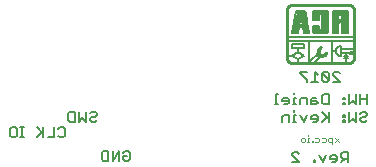
<source format=gbo>
G75*
%MOIN*%
%OFA0B0*%
%FSLAX24Y24*%
%IPPOS*%
%LPD*%
%AMOC8*
5,1,8,0,0,1.08239X$1,22.5*
%
%ADD10C,0.0060*%
%ADD11C,0.0040*%
%ADD12C,0.0100*%
D10*
X012303Y002748D02*
X012247Y002804D01*
X012247Y003026D01*
X012303Y003082D01*
X012414Y003082D01*
X012469Y003026D01*
X012469Y002804D01*
X012414Y002748D01*
X012303Y002748D01*
X012600Y002748D02*
X012711Y002748D01*
X012656Y002748D02*
X012656Y003082D01*
X012711Y003082D02*
X012600Y003082D01*
X013141Y003082D02*
X013364Y002859D01*
X013308Y002915D02*
X013141Y002748D01*
X013364Y002748D02*
X013364Y003082D01*
X013727Y003082D02*
X013727Y002748D01*
X013504Y002748D01*
X013866Y002804D02*
X013922Y002748D01*
X014033Y002748D01*
X014089Y002804D01*
X014089Y003026D01*
X014033Y003082D01*
X013922Y003082D01*
X013866Y003026D01*
X014191Y003322D02*
X014191Y003545D01*
X014247Y003601D01*
X014414Y003601D01*
X014414Y003267D01*
X014247Y003267D01*
X014191Y003322D01*
X014553Y003267D02*
X014665Y003378D01*
X014776Y003267D01*
X014776Y003601D01*
X014916Y003545D02*
X014972Y003601D01*
X015083Y003601D01*
X015139Y003545D01*
X015139Y003489D01*
X015083Y003434D01*
X014972Y003434D01*
X014916Y003378D01*
X014916Y003322D01*
X014972Y003267D01*
X015083Y003267D01*
X015139Y003322D01*
X014553Y003267D02*
X014553Y003601D01*
X015362Y002295D02*
X015307Y002239D01*
X015307Y002016D01*
X015362Y001961D01*
X015529Y001961D01*
X015529Y002295D01*
X015362Y002295D01*
X015669Y002295D02*
X015669Y001961D01*
X015892Y002295D01*
X015892Y001961D01*
X016032Y002016D02*
X016032Y002128D01*
X016143Y002128D01*
X016254Y002239D02*
X016254Y002016D01*
X016199Y001961D01*
X016087Y001961D01*
X016032Y002016D01*
X016032Y002239D02*
X016087Y002295D01*
X016199Y002295D01*
X016254Y002239D01*
X021324Y003260D02*
X021324Y003427D01*
X021380Y003483D01*
X021547Y003483D01*
X021547Y003260D01*
X021677Y003260D02*
X021788Y003260D01*
X021733Y003260D02*
X021733Y003483D01*
X021788Y003483D01*
X021733Y003594D02*
X021733Y003650D01*
X021733Y003850D02*
X021733Y004073D01*
X021788Y004073D01*
X021733Y004184D02*
X021733Y004240D01*
X021547Y004017D02*
X021491Y004073D01*
X021380Y004073D01*
X021324Y004017D01*
X021324Y003962D01*
X021547Y003962D01*
X021547Y004017D02*
X021547Y003906D01*
X021491Y003850D01*
X021380Y003850D01*
X021184Y003850D02*
X021073Y003850D01*
X021129Y003850D02*
X021129Y004184D01*
X021184Y004184D01*
X021928Y004017D02*
X021928Y003850D01*
X021788Y003850D02*
X021677Y003850D01*
X021928Y004017D02*
X021984Y004073D01*
X022151Y004073D01*
X022151Y003850D01*
X022291Y003850D02*
X022458Y003850D01*
X022513Y003906D01*
X022458Y003962D01*
X022291Y003962D01*
X022291Y004017D02*
X022291Y003850D01*
X022653Y003906D02*
X022653Y004129D01*
X022709Y004184D01*
X022876Y004184D01*
X022876Y003850D01*
X022709Y003850D01*
X022653Y003906D01*
X022458Y004073D02*
X022346Y004073D01*
X022291Y004017D01*
X023364Y004017D02*
X023420Y004017D01*
X023420Y004073D01*
X023364Y004073D01*
X023364Y004017D01*
X023560Y003850D02*
X023671Y003962D01*
X023782Y003850D01*
X023782Y004184D01*
X023922Y004184D02*
X023922Y003850D01*
X024145Y003850D02*
X024145Y004184D01*
X024145Y004017D02*
X023922Y004017D01*
X023560Y003850D02*
X023560Y004184D01*
X023420Y003906D02*
X023420Y003850D01*
X023364Y003850D01*
X023364Y003906D01*
X023420Y003906D01*
X023560Y003594D02*
X023560Y003260D01*
X023671Y003371D01*
X023782Y003260D01*
X023782Y003594D01*
X023922Y003538D02*
X023978Y003594D01*
X024089Y003594D01*
X024145Y003538D01*
X024145Y003483D01*
X024089Y003427D01*
X023978Y003427D01*
X023922Y003371D01*
X023922Y003316D01*
X023978Y003260D01*
X024089Y003260D01*
X024145Y003316D01*
X023420Y003316D02*
X023420Y003260D01*
X023364Y003260D01*
X023364Y003316D01*
X023420Y003316D01*
X023420Y003427D02*
X023420Y003483D01*
X023364Y003483D01*
X023364Y003427D01*
X023420Y003427D01*
X022876Y003371D02*
X022653Y003594D01*
X022513Y003427D02*
X022458Y003483D01*
X022346Y003483D01*
X022291Y003427D01*
X022291Y003371D01*
X022513Y003371D01*
X022513Y003316D02*
X022513Y003427D01*
X022513Y003316D02*
X022458Y003260D01*
X022346Y003260D01*
X022151Y003483D02*
X022040Y003260D01*
X021928Y003483D01*
X022653Y003260D02*
X022820Y003427D01*
X022876Y003594D02*
X022876Y003260D01*
X023348Y002255D02*
X023292Y002200D01*
X023292Y002088D01*
X023348Y002033D01*
X023515Y002033D01*
X023404Y002033D02*
X023292Y001921D01*
X023152Y001977D02*
X023097Y001921D01*
X022985Y001921D01*
X022930Y002033D02*
X023152Y002033D01*
X023152Y002088D02*
X023152Y001977D01*
X023152Y002088D02*
X023097Y002144D01*
X022985Y002144D01*
X022930Y002088D01*
X022930Y002033D01*
X022790Y002144D02*
X022679Y001921D01*
X022567Y002144D01*
X022427Y001977D02*
X022372Y001977D01*
X022372Y001921D01*
X022427Y001921D01*
X022427Y001977D01*
X021884Y001921D02*
X021661Y002144D01*
X021661Y002200D01*
X021717Y002255D01*
X021828Y002255D01*
X021884Y002200D01*
X021884Y001921D02*
X021661Y001921D01*
X023348Y002255D02*
X023515Y002255D01*
X023515Y001921D01*
X023239Y004599D02*
X023017Y004599D01*
X022877Y004654D02*
X022821Y004599D01*
X022710Y004599D01*
X022654Y004654D01*
X022654Y004877D01*
X022877Y004654D01*
X022877Y004877D01*
X022821Y004932D01*
X022710Y004932D01*
X022654Y004877D01*
X022514Y004821D02*
X022403Y004932D01*
X022403Y004599D01*
X022514Y004599D02*
X022292Y004599D01*
X022152Y004599D02*
X022152Y004654D01*
X021929Y004877D01*
X021929Y004932D01*
X022152Y004932D01*
X023017Y004877D02*
X023017Y004821D01*
X023239Y004599D01*
X023239Y004877D02*
X023184Y004932D01*
X023072Y004932D01*
X023017Y004877D01*
X022975Y005222D02*
X022975Y005972D01*
X023725Y005972D01*
X023725Y006097D02*
X021475Y006097D01*
X021475Y005972D02*
X022225Y005972D01*
X022225Y005253D01*
X022569Y005597D01*
X022569Y005566D02*
X022569Y005660D01*
X022569Y005660D01*
X022663Y005753D01*
X022640Y005754D01*
X022617Y005751D01*
X022595Y005744D01*
X022574Y005734D01*
X022556Y005720D01*
X022540Y005704D01*
X022526Y005686D01*
X022516Y005665D01*
X022509Y005643D01*
X022506Y005620D01*
X022507Y005597D01*
X022537Y005628D02*
X022506Y005472D01*
X022537Y005441D01*
X022725Y005472D01*
X022725Y005503D02*
X022631Y005503D01*
X022569Y005566D01*
X022537Y005535D02*
X022537Y005472D01*
X022506Y005472D02*
X022444Y005472D01*
X022537Y005441D02*
X022537Y005378D01*
X022381Y005222D01*
X022225Y005222D02*
X022225Y005253D01*
X022038Y005472D02*
X021850Y005347D01*
X021850Y005222D01*
X021850Y005347D02*
X021662Y005472D01*
X021475Y005472D01*
X021662Y005472D02*
X021850Y005597D01*
X022038Y005472D01*
X022474Y005503D02*
X022487Y005515D01*
X022496Y005530D01*
X022503Y005546D01*
X022507Y005562D01*
X022508Y005580D01*
X022506Y005597D01*
X022537Y005535D02*
X022600Y005472D01*
X022600Y005503D02*
X022569Y005410D01*
X022537Y005378D01*
X022569Y005409D02*
X022581Y005422D01*
X022596Y005431D01*
X022612Y005438D01*
X022628Y005442D01*
X022646Y005443D01*
X022663Y005441D01*
X022631Y005503D02*
X022600Y005503D01*
X022600Y005503D01*
X022662Y005441D02*
X022685Y005440D01*
X022708Y005443D01*
X022730Y005450D01*
X022751Y005460D01*
X022769Y005474D01*
X022785Y005490D01*
X022799Y005508D01*
X022809Y005529D01*
X022816Y005551D01*
X022819Y005574D01*
X022818Y005597D01*
X022819Y005597D02*
X022725Y005503D01*
X022975Y005628D02*
X023100Y005628D01*
X023102Y005606D01*
X023106Y005584D01*
X023114Y005563D01*
X023125Y005544D01*
X023138Y005526D01*
X023154Y005510D01*
X023172Y005497D01*
X023191Y005486D01*
X023212Y005478D01*
X023234Y005474D01*
X023256Y005472D01*
X023288Y005472D01*
X023287Y005566D01*
X023444Y005566D01*
X023569Y005566D01*
X023694Y005566D01*
X023694Y005597D02*
X023569Y005597D01*
X023569Y005566D01*
X023569Y005535D01*
X023725Y005535D01*
X023506Y005472D02*
X023381Y005472D01*
X023444Y005472D02*
X023444Y005566D01*
X023287Y005566D02*
X023287Y005691D01*
X023287Y005784D01*
X023256Y005785D01*
X023287Y005691D02*
X023725Y005691D01*
X023256Y005784D02*
X023232Y005782D01*
X023208Y005776D01*
X023185Y005767D01*
X023164Y005754D01*
X023146Y005738D01*
X023130Y005720D01*
X023117Y005699D01*
X023108Y005676D01*
X023102Y005652D01*
X023100Y005628D01*
X023381Y005378D02*
X023444Y005378D01*
X023444Y005222D01*
X023444Y005378D02*
X023506Y005378D01*
X022037Y005722D02*
X021850Y005722D01*
X021850Y005597D01*
X021850Y005722D02*
X021662Y005722D01*
X021662Y005847D01*
X022037Y005847D01*
X022037Y005722D01*
X022225Y005972D02*
X022975Y005972D01*
X023006Y006222D02*
X023006Y006535D01*
X023010Y006550D01*
X023018Y006564D01*
X023027Y006576D01*
X023040Y006586D01*
X023053Y006593D01*
X023068Y006597D01*
X023084Y006599D01*
X023100Y006597D01*
X023194Y006535D02*
X023194Y006222D01*
X023006Y006222D01*
X022850Y006285D02*
X022850Y006910D01*
X022848Y006924D01*
X022844Y006937D01*
X022836Y006949D01*
X022827Y006958D01*
X022815Y006966D01*
X022802Y006970D01*
X022788Y006972D01*
X022413Y006972D01*
X022399Y006970D01*
X022386Y006966D01*
X022374Y006958D01*
X022365Y006949D01*
X022357Y006937D01*
X022353Y006924D01*
X022351Y006910D01*
X022350Y006910D02*
X022350Y006660D01*
X022537Y006660D01*
X022537Y006785D01*
X022539Y006799D01*
X022543Y006812D01*
X022551Y006824D01*
X022561Y006834D01*
X022573Y006842D01*
X022586Y006846D01*
X022600Y006848D01*
X022614Y006846D01*
X022627Y006842D01*
X022639Y006834D01*
X022649Y006824D01*
X022657Y006812D01*
X022661Y006799D01*
X022663Y006785D01*
X022663Y006378D01*
X022661Y006364D01*
X022657Y006351D01*
X022649Y006339D01*
X022639Y006329D01*
X022627Y006321D01*
X022614Y006317D01*
X022600Y006315D01*
X022586Y006317D01*
X022573Y006321D01*
X022561Y006329D01*
X022551Y006339D01*
X022543Y006351D01*
X022539Y006364D01*
X022537Y006378D01*
X022537Y006472D01*
X022350Y006472D01*
X022350Y006285D01*
X022352Y006271D01*
X022356Y006258D01*
X022364Y006246D01*
X022373Y006237D01*
X022385Y006229D01*
X022398Y006225D01*
X022412Y006223D01*
X022412Y006222D02*
X022787Y006222D01*
X022788Y006222D02*
X022802Y006224D01*
X022815Y006228D01*
X022827Y006236D01*
X022836Y006245D01*
X022844Y006257D01*
X022848Y006270D01*
X022850Y006284D01*
X023319Y006222D02*
X023506Y006222D01*
X023506Y006972D01*
X023069Y006972D01*
X023055Y006970D01*
X023042Y006966D01*
X023030Y006958D01*
X023021Y006949D01*
X023013Y006937D01*
X023009Y006924D01*
X023007Y006910D01*
X023006Y006910D02*
X023006Y006722D01*
X023007Y006722D02*
X023006Y006702D01*
X023008Y006683D01*
X023014Y006665D01*
X023023Y006648D01*
X023034Y006633D01*
X023048Y006619D01*
X023064Y006609D01*
X023082Y006601D01*
X023100Y006597D01*
X023193Y006535D02*
X023195Y006549D01*
X023199Y006562D01*
X023207Y006574D01*
X023217Y006584D01*
X023229Y006592D01*
X023242Y006596D01*
X023256Y006598D01*
X023270Y006596D01*
X023283Y006592D01*
X023295Y006584D01*
X023305Y006574D01*
X023313Y006562D01*
X023317Y006549D01*
X023319Y006535D01*
X023319Y006222D01*
X022225Y006222D02*
X022037Y006222D01*
X022006Y006410D01*
X021881Y006410D01*
X021850Y006222D01*
X021662Y006222D01*
X021787Y006972D01*
X022100Y006972D01*
X022225Y006222D01*
X022006Y006503D02*
X021881Y006503D01*
X021944Y006784D01*
X022006Y006503D01*
X023194Y006722D02*
X023194Y006785D01*
X023193Y006785D02*
X023195Y006799D01*
X023199Y006812D01*
X023207Y006824D01*
X023217Y006834D01*
X023229Y006842D01*
X023242Y006846D01*
X023256Y006848D01*
X023270Y006846D01*
X023283Y006842D01*
X023295Y006834D01*
X023305Y006824D01*
X023313Y006812D01*
X023317Y006799D01*
X023319Y006785D01*
X023319Y006722D01*
X023317Y006708D01*
X023313Y006695D01*
X023305Y006683D01*
X023295Y006673D01*
X023283Y006665D01*
X023270Y006661D01*
X023256Y006659D01*
X023242Y006661D01*
X023229Y006665D01*
X023217Y006673D01*
X023207Y006683D01*
X023199Y006695D01*
X023195Y006708D01*
X023193Y006722D01*
D11*
X022198Y002810D02*
X022198Y002777D01*
X022198Y002712D02*
X022198Y002581D01*
X022166Y002581D02*
X022231Y002581D01*
X022307Y002581D02*
X022340Y002581D01*
X022340Y002613D01*
X022307Y002613D01*
X022307Y002581D01*
X022426Y002581D02*
X022525Y002581D01*
X022557Y002613D01*
X022557Y002679D01*
X022525Y002712D01*
X022426Y002712D01*
X022231Y002712D02*
X022198Y002712D01*
X022086Y002679D02*
X022053Y002712D01*
X021988Y002712D01*
X021955Y002679D01*
X021955Y002613D01*
X021988Y002581D01*
X022053Y002581D01*
X022086Y002613D01*
X022086Y002679D01*
X022644Y002712D02*
X022742Y002712D01*
X022775Y002679D01*
X022775Y002613D01*
X022742Y002581D01*
X022644Y002581D01*
X022861Y002613D02*
X022894Y002581D01*
X022992Y002581D01*
X022992Y002515D02*
X022992Y002712D01*
X022894Y002712D01*
X022861Y002679D01*
X022861Y002613D01*
X023079Y002581D02*
X023210Y002712D01*
X023210Y002581D02*
X023079Y002712D01*
D12*
X022975Y005222D02*
X022381Y005222D01*
X022225Y005222D01*
X021725Y005222D01*
X021662Y005222D01*
X021662Y005223D02*
X021638Y005225D01*
X021614Y005229D01*
X021590Y005237D01*
X021569Y005248D01*
X021548Y005262D01*
X021530Y005278D01*
X021514Y005296D01*
X021500Y005317D01*
X021489Y005338D01*
X021481Y005362D01*
X021477Y005386D01*
X021475Y005410D01*
X021475Y005472D01*
X021475Y005972D01*
X021475Y006097D01*
X021475Y006972D01*
X021477Y006996D01*
X021481Y007020D01*
X021489Y007044D01*
X021500Y007065D01*
X021514Y007086D01*
X021530Y007104D01*
X021548Y007120D01*
X021569Y007134D01*
X021590Y007145D01*
X021614Y007153D01*
X021638Y007157D01*
X021662Y007159D01*
X021662Y007160D02*
X023538Y007160D01*
X023538Y007159D02*
X023562Y007157D01*
X023586Y007153D01*
X023610Y007145D01*
X023632Y007134D01*
X023652Y007120D01*
X023670Y007104D01*
X023686Y007086D01*
X023700Y007065D01*
X023711Y007044D01*
X023719Y007020D01*
X023723Y006996D01*
X023725Y006972D01*
X023725Y006097D01*
X023725Y005972D01*
X023725Y005535D01*
X023725Y005410D01*
X023725Y005409D02*
X023723Y005385D01*
X023719Y005361D01*
X023711Y005337D01*
X023700Y005316D01*
X023686Y005295D01*
X023670Y005277D01*
X023652Y005261D01*
X023632Y005247D01*
X023610Y005236D01*
X023586Y005228D01*
X023562Y005224D01*
X023538Y005222D01*
X022975Y005222D01*
X023069Y006253D02*
X023069Y006566D01*
X023131Y006628D02*
X023319Y006628D01*
X023163Y006597D02*
X023163Y006253D01*
X023381Y006285D02*
X023381Y006941D01*
X023069Y006941D01*
X023069Y006660D01*
X023163Y006660D01*
X023163Y006878D01*
X023319Y006878D01*
X023444Y006941D02*
X023444Y006285D01*
X023381Y006285D01*
X022788Y006285D02*
X022412Y006285D01*
X022412Y006410D01*
X022506Y006410D01*
X022506Y006347D01*
X022725Y006316D02*
X022725Y006910D01*
X022663Y006910D01*
X022663Y006847D01*
X022663Y006910D02*
X022412Y006910D01*
X022412Y006722D01*
X022506Y006722D01*
X022506Y006847D01*
X022788Y006941D02*
X022788Y006285D01*
X022162Y006253D02*
X022069Y006910D01*
X021850Y006910D01*
X021725Y006285D01*
X021819Y006285D01*
X021912Y006847D01*
X021975Y006847D01*
X021975Y006691D01*
X021975Y006847D02*
X022006Y006847D01*
X022100Y006253D01*
X022037Y006472D02*
X021881Y006472D01*
M02*

</source>
